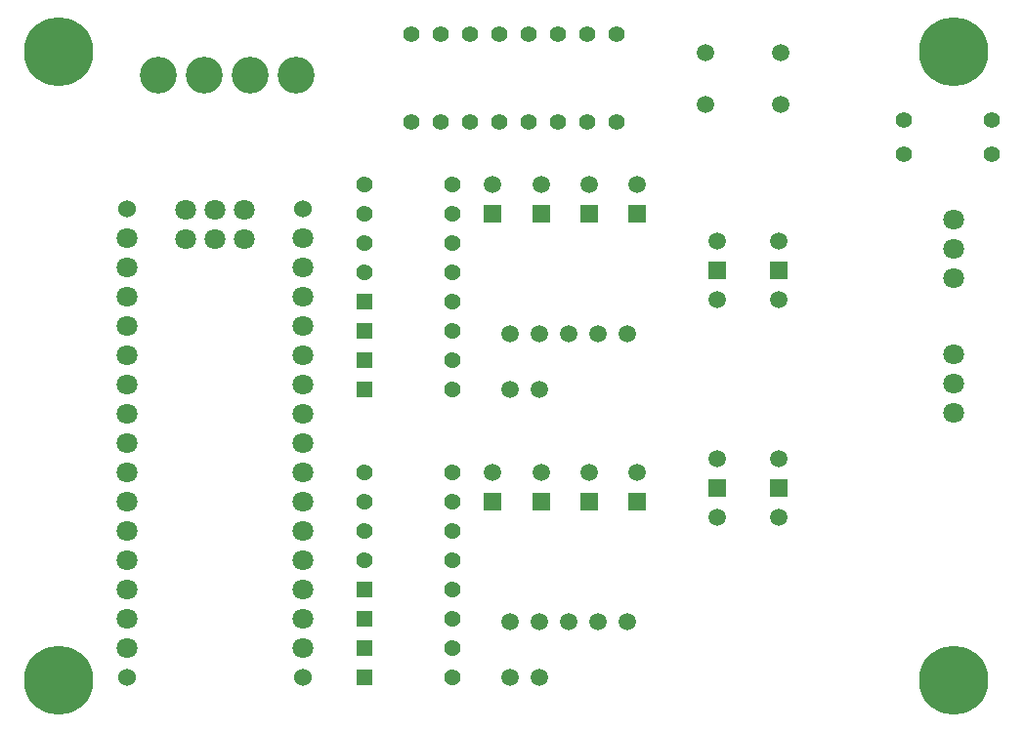
<source format=gbr>
%TF.GenerationSoftware,Altium Limited,Altium Designer,21.8.1 (53)*%
G04 Layer_Color=255*
%FSLAX43Y43*%
%MOMM*%
%TF.SameCoordinates,EC881490-E286-48FB-906B-DE43019234B0*%
%TF.FilePolarity,Positive*%
%TF.FileFunction,Pads,Top*%
%TF.Part,Single*%
G01*
G75*
%TA.AperFunction,ComponentPad*%
%ADD14C,1.400*%
%ADD15C,1.800*%
%ADD16C,1.524*%
%ADD17C,3.200*%
%ADD18C,1.500*%
%ADD19R,1.500X1.500*%
%ADD20C,1.425*%
%ADD21R,1.425X1.425*%
%TA.AperFunction,ViaPad*%
%ADD22C,6.000*%
D14*
X77690Y53600D02*
D03*
X85310D02*
D03*
X77690Y50600D02*
D03*
X85310D02*
D03*
X35000Y61000D02*
D03*
Y53380D02*
D03*
X37540D02*
D03*
Y61000D02*
D03*
X40080Y53380D02*
D03*
Y61000D02*
D03*
X42620Y53380D02*
D03*
Y61000D02*
D03*
X45160Y53380D02*
D03*
Y61000D02*
D03*
X47700Y53380D02*
D03*
Y61000D02*
D03*
X50240Y53380D02*
D03*
Y61000D02*
D03*
X52780Y53380D02*
D03*
Y61000D02*
D03*
D15*
X20550Y43270D02*
D03*
X18010D02*
D03*
X15470D02*
D03*
X20550Y45810D02*
D03*
X18010D02*
D03*
X15470D02*
D03*
X25620Y43370D02*
D03*
Y40830D02*
D03*
Y38290D02*
D03*
Y35750D02*
D03*
Y33210D02*
D03*
Y30670D02*
D03*
Y28130D02*
D03*
Y25590D02*
D03*
Y23050D02*
D03*
Y20510D02*
D03*
Y17970D02*
D03*
Y15430D02*
D03*
Y12890D02*
D03*
Y10350D02*
D03*
Y7810D02*
D03*
X10380D02*
D03*
Y10350D02*
D03*
Y12890D02*
D03*
Y15430D02*
D03*
Y17970D02*
D03*
Y20510D02*
D03*
Y23050D02*
D03*
Y25590D02*
D03*
Y28130D02*
D03*
Y30670D02*
D03*
Y33210D02*
D03*
Y35750D02*
D03*
Y38290D02*
D03*
Y40830D02*
D03*
Y43370D02*
D03*
X82000Y39850D02*
D03*
Y42390D02*
D03*
Y44930D02*
D03*
Y28210D02*
D03*
Y30750D02*
D03*
Y33290D02*
D03*
D16*
X25620Y45910D02*
D03*
X10380D02*
D03*
X25620Y5270D02*
D03*
X10380D02*
D03*
D17*
X13144Y57474D02*
D03*
X17104D02*
D03*
X21064D02*
D03*
X25024D02*
D03*
D18*
X53760Y10030D02*
D03*
X51220D02*
D03*
X48680D02*
D03*
X46140D02*
D03*
X43600D02*
D03*
X53760Y35030D02*
D03*
X51220D02*
D03*
X48680D02*
D03*
X46140D02*
D03*
X43600D02*
D03*
X66830Y24210D02*
D03*
Y19130D02*
D03*
X61530Y24210D02*
D03*
Y19130D02*
D03*
X66830Y43070D02*
D03*
Y37990D02*
D03*
X61530Y43070D02*
D03*
Y37990D02*
D03*
X46250Y23000D02*
D03*
X54550D02*
D03*
Y48000D02*
D03*
X50400Y23000D02*
D03*
Y48000D02*
D03*
X46250D02*
D03*
X42100Y23000D02*
D03*
Y48000D02*
D03*
X43600Y30220D02*
D03*
X46140D02*
D03*
X43600Y5220D02*
D03*
X46140D02*
D03*
X60507Y59440D02*
D03*
X67007D02*
D03*
X60507Y54940D02*
D03*
X67007D02*
D03*
D19*
X66830Y21670D02*
D03*
X61530D02*
D03*
X66830Y40530D02*
D03*
X61530D02*
D03*
X46250Y20460D02*
D03*
X54550D02*
D03*
Y45460D02*
D03*
X50400Y20460D02*
D03*
Y45460D02*
D03*
X46250D02*
D03*
X42100Y20460D02*
D03*
Y45460D02*
D03*
D20*
X31000Y48000D02*
D03*
Y45460D02*
D03*
Y42920D02*
D03*
Y40380D02*
D03*
X38620Y30220D02*
D03*
Y32760D02*
D03*
Y35300D02*
D03*
Y37840D02*
D03*
Y40380D02*
D03*
Y42920D02*
D03*
Y45460D02*
D03*
Y48000D02*
D03*
X31000Y23000D02*
D03*
Y20460D02*
D03*
Y17920D02*
D03*
Y15380D02*
D03*
X38620Y5220D02*
D03*
Y7760D02*
D03*
Y10300D02*
D03*
Y12840D02*
D03*
Y15380D02*
D03*
Y17920D02*
D03*
Y20460D02*
D03*
Y23000D02*
D03*
D21*
X31000Y37840D02*
D03*
Y35300D02*
D03*
Y32760D02*
D03*
Y30220D02*
D03*
Y12840D02*
D03*
Y10300D02*
D03*
Y7760D02*
D03*
Y5220D02*
D03*
D22*
X82000Y5000D02*
D03*
Y59500D02*
D03*
X4500D02*
D03*
Y5000D02*
D03*
%TF.MD5,0412a7a96211ce3dce638ab66469f52f*%
M02*

</source>
